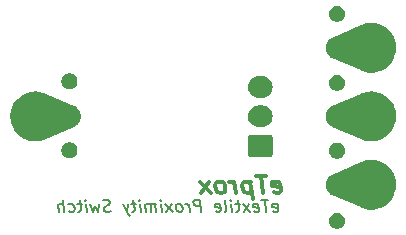
<source format=gbr>
%TF.GenerationSoftware,KiCad,Pcbnew,5.0.2+dfsg1-1*%
%TF.CreationDate,2021-04-27T11:46:40+02:00*%
%TF.ProjectId,eTprox,65547072-6f78-42e6-9b69-6361645f7063,v02*%
%TF.SameCoordinates,Original*%
%TF.FileFunction,Soldermask,Bot*%
%TF.FilePolarity,Negative*%
%FSLAX46Y46*%
G04 Gerber Fmt 4.6, Leading zero omitted, Abs format (unit mm)*
G04 Created by KiCad (PCBNEW 5.0.2+dfsg1-1) date mar. 27 avril 2021 11:46:40 CEST*
%MOMM*%
%LPD*%
G01*
G04 APERTURE LIST*
%ADD10C,0.300000*%
%ADD11C,0.200000*%
%ADD12C,0.100000*%
G04 APERTURE END LIST*
D10*
X80986571Y-74449142D02*
X81138357Y-74520571D01*
X81424071Y-74520571D01*
X81558000Y-74449142D01*
X81611571Y-74306285D01*
X81540142Y-73734857D01*
X81450857Y-73592000D01*
X81299071Y-73520571D01*
X81013357Y-73520571D01*
X80879428Y-73592000D01*
X80825857Y-73734857D01*
X80843714Y-73877714D01*
X81575857Y-74020571D01*
X80308000Y-73020571D02*
X79450857Y-73020571D01*
X80066928Y-74520571D02*
X79879428Y-73020571D01*
X79013357Y-73520571D02*
X79200857Y-75020571D01*
X79022285Y-73592000D02*
X78870500Y-73520571D01*
X78584785Y-73520571D01*
X78450857Y-73592000D01*
X78388357Y-73663428D01*
X78334785Y-73806285D01*
X78388357Y-74234857D01*
X78477642Y-74377714D01*
X78558000Y-74449142D01*
X78709785Y-74520571D01*
X78995500Y-74520571D01*
X79129428Y-74449142D01*
X77781214Y-74520571D02*
X77656214Y-73520571D01*
X77691928Y-73806285D02*
X77602642Y-73663428D01*
X77522285Y-73592000D01*
X77370500Y-73520571D01*
X77227642Y-73520571D01*
X76638357Y-74520571D02*
X76772285Y-74449142D01*
X76834785Y-74377714D01*
X76888357Y-74234857D01*
X76834785Y-73806285D01*
X76745500Y-73663428D01*
X76665142Y-73592000D01*
X76513357Y-73520571D01*
X76299071Y-73520571D01*
X76165142Y-73592000D01*
X76102642Y-73663428D01*
X76049071Y-73806285D01*
X76102642Y-74234857D01*
X76191928Y-74377714D01*
X76272285Y-74449142D01*
X76424071Y-74520571D01*
X76638357Y-74520571D01*
X75638357Y-74520571D02*
X74727642Y-73520571D01*
X75513357Y-73520571D02*
X74852642Y-74520571D01*
D11*
X80947047Y-76024761D02*
X81048238Y-76072380D01*
X81238714Y-76072380D01*
X81328000Y-76024761D01*
X81363714Y-75929523D01*
X81316095Y-75548571D01*
X81256571Y-75453333D01*
X81155380Y-75405714D01*
X80964904Y-75405714D01*
X80875619Y-75453333D01*
X80839904Y-75548571D01*
X80851809Y-75643809D01*
X81339904Y-75739047D01*
X80494666Y-75072380D02*
X79923238Y-75072380D01*
X80333952Y-76072380D02*
X80208952Y-75072380D01*
X79328000Y-76024761D02*
X79429190Y-76072380D01*
X79619666Y-76072380D01*
X79708952Y-76024761D01*
X79744666Y-75929523D01*
X79697047Y-75548571D01*
X79637523Y-75453333D01*
X79536333Y-75405714D01*
X79345857Y-75405714D01*
X79256571Y-75453333D01*
X79220857Y-75548571D01*
X79232761Y-75643809D01*
X79720857Y-75739047D01*
X78953000Y-76072380D02*
X78345857Y-75405714D01*
X78869666Y-75405714D02*
X78429190Y-76072380D01*
X78107761Y-75405714D02*
X77726809Y-75405714D01*
X77923238Y-75072380D02*
X78030380Y-75929523D01*
X77994666Y-76024761D01*
X77905380Y-76072380D01*
X77810142Y-76072380D01*
X77476809Y-76072380D02*
X77393476Y-75405714D01*
X77351809Y-75072380D02*
X77405380Y-75120000D01*
X77363714Y-75167619D01*
X77310142Y-75120000D01*
X77351809Y-75072380D01*
X77363714Y-75167619D01*
X76857761Y-76072380D02*
X76947047Y-76024761D01*
X76982761Y-75929523D01*
X76875619Y-75072380D01*
X76089904Y-76024761D02*
X76191095Y-76072380D01*
X76381571Y-76072380D01*
X76470857Y-76024761D01*
X76506571Y-75929523D01*
X76458952Y-75548571D01*
X76399428Y-75453333D01*
X76298238Y-75405714D01*
X76107761Y-75405714D01*
X76018476Y-75453333D01*
X75982761Y-75548571D01*
X75994666Y-75643809D01*
X76482761Y-75739047D01*
X74857761Y-76072380D02*
X74732761Y-75072380D01*
X74351809Y-75072380D01*
X74262523Y-75120000D01*
X74220857Y-75167619D01*
X74185142Y-75262857D01*
X74203000Y-75405714D01*
X74262523Y-75500952D01*
X74316095Y-75548571D01*
X74417285Y-75596190D01*
X74798238Y-75596190D01*
X73857761Y-76072380D02*
X73774428Y-75405714D01*
X73798238Y-75596190D02*
X73738714Y-75500952D01*
X73685142Y-75453333D01*
X73583952Y-75405714D01*
X73488714Y-75405714D01*
X73095857Y-76072380D02*
X73185142Y-76024761D01*
X73226809Y-75977142D01*
X73262523Y-75881904D01*
X73226809Y-75596190D01*
X73167285Y-75500952D01*
X73113714Y-75453333D01*
X73012523Y-75405714D01*
X72869666Y-75405714D01*
X72780380Y-75453333D01*
X72738714Y-75500952D01*
X72703000Y-75596190D01*
X72738714Y-75881904D01*
X72798238Y-75977142D01*
X72851809Y-76024761D01*
X72953000Y-76072380D01*
X73095857Y-76072380D01*
X72429190Y-76072380D02*
X71822047Y-75405714D01*
X72345857Y-75405714D02*
X71905380Y-76072380D01*
X71524428Y-76072380D02*
X71441095Y-75405714D01*
X71399428Y-75072380D02*
X71453000Y-75120000D01*
X71411333Y-75167619D01*
X71357761Y-75120000D01*
X71399428Y-75072380D01*
X71411333Y-75167619D01*
X71048238Y-76072380D02*
X70964904Y-75405714D01*
X70976809Y-75500952D02*
X70923238Y-75453333D01*
X70822047Y-75405714D01*
X70679190Y-75405714D01*
X70589904Y-75453333D01*
X70554190Y-75548571D01*
X70619666Y-76072380D01*
X70554190Y-75548571D02*
X70494666Y-75453333D01*
X70393476Y-75405714D01*
X70250619Y-75405714D01*
X70161333Y-75453333D01*
X70125619Y-75548571D01*
X70191095Y-76072380D01*
X69714904Y-76072380D02*
X69631571Y-75405714D01*
X69589904Y-75072380D02*
X69643476Y-75120000D01*
X69601809Y-75167619D01*
X69548238Y-75120000D01*
X69589904Y-75072380D01*
X69601809Y-75167619D01*
X69298238Y-75405714D02*
X68917285Y-75405714D01*
X69113714Y-75072380D02*
X69220857Y-75929523D01*
X69185142Y-76024761D01*
X69095857Y-76072380D01*
X69000619Y-76072380D01*
X68679190Y-75405714D02*
X68524428Y-76072380D01*
X68203000Y-75405714D02*
X68524428Y-76072380D01*
X68649428Y-76310476D01*
X68703000Y-76358095D01*
X68804190Y-76405714D01*
X67185142Y-76024761D02*
X67048238Y-76072380D01*
X66810142Y-76072380D01*
X66708952Y-76024761D01*
X66655380Y-75977142D01*
X66595857Y-75881904D01*
X66583952Y-75786666D01*
X66619666Y-75691428D01*
X66661333Y-75643809D01*
X66750619Y-75596190D01*
X66935142Y-75548571D01*
X67024428Y-75500952D01*
X67066095Y-75453333D01*
X67101809Y-75358095D01*
X67089904Y-75262857D01*
X67030380Y-75167619D01*
X66976809Y-75120000D01*
X66875619Y-75072380D01*
X66637523Y-75072380D01*
X66500619Y-75120000D01*
X66203000Y-75405714D02*
X66095857Y-76072380D01*
X65845857Y-75596190D01*
X65714904Y-76072380D01*
X65441095Y-75405714D01*
X65143476Y-76072380D02*
X65060142Y-75405714D01*
X65018476Y-75072380D02*
X65072047Y-75120000D01*
X65030380Y-75167619D01*
X64976809Y-75120000D01*
X65018476Y-75072380D01*
X65030380Y-75167619D01*
X64726809Y-75405714D02*
X64345857Y-75405714D01*
X64542285Y-75072380D02*
X64649428Y-75929523D01*
X64613714Y-76024761D01*
X64524428Y-76072380D01*
X64429190Y-76072380D01*
X63661333Y-76024761D02*
X63762523Y-76072380D01*
X63953000Y-76072380D01*
X64042285Y-76024761D01*
X64083952Y-75977142D01*
X64119666Y-75881904D01*
X64083952Y-75596190D01*
X64024428Y-75500952D01*
X63970857Y-75453333D01*
X63869666Y-75405714D01*
X63679190Y-75405714D01*
X63589904Y-75453333D01*
X63238714Y-76072380D02*
X63113714Y-75072380D01*
X62810142Y-76072380D02*
X62744666Y-75548571D01*
X62780380Y-75453333D01*
X62869666Y-75405714D01*
X63012523Y-75405714D01*
X63113714Y-75453333D01*
X63167285Y-75500952D01*
D12*
G36*
X86537241Y-76197785D02*
X86660301Y-76248759D01*
X86771053Y-76322761D01*
X86865239Y-76416947D01*
X86939241Y-76527699D01*
X86990215Y-76650759D01*
X87016200Y-76781399D01*
X87016200Y-76914601D01*
X86990215Y-77045241D01*
X86939241Y-77168301D01*
X86865239Y-77279053D01*
X86771053Y-77373239D01*
X86660301Y-77447241D01*
X86537241Y-77498215D01*
X86406601Y-77524200D01*
X86273399Y-77524200D01*
X86142759Y-77498215D01*
X86019699Y-77447241D01*
X85908947Y-77373239D01*
X85814761Y-77279053D01*
X85740759Y-77168301D01*
X85689785Y-77045241D01*
X85663800Y-76914601D01*
X85663800Y-76781399D01*
X85689785Y-76650759D01*
X85740759Y-76527699D01*
X85814761Y-76416947D01*
X85908947Y-76322761D01*
X86019699Y-76248759D01*
X86142759Y-76197785D01*
X86273399Y-76171800D01*
X86406601Y-76171800D01*
X86537241Y-76197785D01*
X86537241Y-76197785D01*
G37*
G36*
X89446114Y-71708934D02*
X89651907Y-71729203D01*
X89915959Y-71809302D01*
X90047986Y-71849352D01*
X90094188Y-71874048D01*
X90413012Y-72044463D01*
X90732961Y-72307039D01*
X90995537Y-72626988D01*
X91138503Y-72894459D01*
X91190648Y-72992014D01*
X91190648Y-72992015D01*
X91310797Y-73388093D01*
X91351366Y-73800000D01*
X91310797Y-74211907D01*
X91294640Y-74265168D01*
X91190648Y-74607986D01*
X91162301Y-74661019D01*
X90995537Y-74973012D01*
X90732961Y-75292961D01*
X90413012Y-75555537D01*
X90160959Y-75690262D01*
X90047986Y-75750648D01*
X89915959Y-75790698D01*
X89651907Y-75870797D01*
X89446114Y-75891066D01*
X89343219Y-75901200D01*
X89136781Y-75901200D01*
X89033886Y-75891066D01*
X88828093Y-75870797D01*
X88564041Y-75790698D01*
X88432014Y-75750648D01*
X88383511Y-75724722D01*
X88359795Y-75712046D01*
X88350115Y-75707395D01*
X85920373Y-74666077D01*
X85908068Y-74660073D01*
X85903249Y-74657421D01*
X85902502Y-74656909D01*
X85890716Y-74649747D01*
X85874837Y-74641259D01*
X85740795Y-74551696D01*
X85719642Y-74534336D01*
X85605664Y-74420358D01*
X85588304Y-74399205D01*
X85498743Y-74265168D01*
X85485853Y-74241050D01*
X85424159Y-74092109D01*
X85422370Y-74086211D01*
X85422367Y-74086204D01*
X85418010Y-74071840D01*
X85418009Y-74071833D01*
X85416218Y-74065930D01*
X85384769Y-73907825D01*
X85382088Y-73880604D01*
X85382088Y-73719396D01*
X85384769Y-73692175D01*
X85416218Y-73534070D01*
X85418009Y-73528167D01*
X85418010Y-73528160D01*
X85422367Y-73513796D01*
X85422370Y-73513789D01*
X85424159Y-73507891D01*
X85485853Y-73358950D01*
X85498743Y-73334832D01*
X85588304Y-73200795D01*
X85605664Y-73179642D01*
X85719642Y-73065664D01*
X85740795Y-73048304D01*
X85874833Y-72958743D01*
X85891115Y-72950040D01*
X85901950Y-72943524D01*
X85904270Y-72941964D01*
X85908635Y-72939596D01*
X85920194Y-72933999D01*
X88350115Y-71892605D01*
X88359795Y-71887954D01*
X88385812Y-71874048D01*
X88432014Y-71849352D01*
X88564041Y-71809302D01*
X88828093Y-71729203D01*
X89033886Y-71708934D01*
X89136781Y-71698800D01*
X89343219Y-71698800D01*
X89446114Y-71708934D01*
X89446114Y-71708934D01*
G37*
G36*
X86537241Y-70249785D02*
X86660301Y-70300759D01*
X86771053Y-70374761D01*
X86865239Y-70468947D01*
X86939241Y-70579699D01*
X86990215Y-70702759D01*
X87016200Y-70833399D01*
X87016200Y-70966601D01*
X86990215Y-71097241D01*
X86939241Y-71220301D01*
X86865239Y-71331053D01*
X86771053Y-71425239D01*
X86660301Y-71499241D01*
X86537241Y-71550215D01*
X86406601Y-71576200D01*
X86273399Y-71576200D01*
X86142759Y-71550215D01*
X86019699Y-71499241D01*
X85908947Y-71425239D01*
X85814761Y-71331053D01*
X85740759Y-71220301D01*
X85689785Y-71097241D01*
X85663800Y-70966601D01*
X85663800Y-70833399D01*
X85689785Y-70702759D01*
X85740759Y-70579699D01*
X85814761Y-70468947D01*
X85908947Y-70374761D01*
X86019699Y-70300759D01*
X86142759Y-70249785D01*
X86273399Y-70223800D01*
X86406601Y-70223800D01*
X86537241Y-70249785D01*
X86537241Y-70249785D01*
G37*
G36*
X63889241Y-70227785D02*
X64012301Y-70278759D01*
X64123053Y-70352761D01*
X64217239Y-70446947D01*
X64291241Y-70557699D01*
X64342215Y-70680759D01*
X64368200Y-70811399D01*
X64368200Y-70944601D01*
X64342215Y-71075241D01*
X64291241Y-71198301D01*
X64217239Y-71309053D01*
X64123053Y-71403239D01*
X64012301Y-71477241D01*
X63889241Y-71528215D01*
X63758601Y-71554200D01*
X63625399Y-71554200D01*
X63494759Y-71528215D01*
X63371699Y-71477241D01*
X63260947Y-71403239D01*
X63166761Y-71309053D01*
X63092759Y-71198301D01*
X63041785Y-71075241D01*
X63015800Y-70944601D01*
X63015800Y-70811399D01*
X63041785Y-70680759D01*
X63092759Y-70557699D01*
X63166761Y-70446947D01*
X63260947Y-70352761D01*
X63371699Y-70278759D01*
X63494759Y-70227785D01*
X63625399Y-70201800D01*
X63758601Y-70201800D01*
X63889241Y-70227785D01*
X63889241Y-70227785D01*
G37*
G36*
X80744835Y-69577932D02*
X80779275Y-69588379D01*
X80811009Y-69605342D01*
X80838828Y-69628172D01*
X80861658Y-69655991D01*
X80878621Y-69687725D01*
X80889068Y-69722165D01*
X80893200Y-69764117D01*
X80893200Y-71235883D01*
X80889068Y-71277835D01*
X80878621Y-71312275D01*
X80861658Y-71344009D01*
X80838828Y-71371828D01*
X80811009Y-71394658D01*
X80779275Y-71411621D01*
X80744835Y-71422068D01*
X80702883Y-71426200D01*
X78981117Y-71426200D01*
X78939165Y-71422068D01*
X78904725Y-71411621D01*
X78872991Y-71394658D01*
X78845172Y-71371828D01*
X78822342Y-71344009D01*
X78805379Y-71312275D01*
X78794932Y-71277835D01*
X78790800Y-71235883D01*
X78790800Y-69764117D01*
X78794932Y-69722165D01*
X78805379Y-69687725D01*
X78822342Y-69655991D01*
X78845172Y-69628172D01*
X78872991Y-69605342D01*
X78904725Y-69588379D01*
X78939165Y-69577932D01*
X78981117Y-69573800D01*
X80702883Y-69573800D01*
X80744835Y-69577932D01*
X80744835Y-69577932D01*
G37*
G36*
X89446114Y-65908934D02*
X89651907Y-65929203D01*
X89915959Y-66009302D01*
X90047986Y-66049352D01*
X90113797Y-66084529D01*
X90413012Y-66244463D01*
X90732961Y-66507039D01*
X90995537Y-66826988D01*
X91127461Y-67073800D01*
X91190648Y-67192014D01*
X91190648Y-67192015D01*
X91310797Y-67588093D01*
X91351366Y-68000000D01*
X91310797Y-68411907D01*
X91294640Y-68465168D01*
X91190648Y-68807986D01*
X91162301Y-68861019D01*
X90995537Y-69173012D01*
X90732961Y-69492961D01*
X90413012Y-69755537D01*
X90160959Y-69890262D01*
X90047986Y-69950648D01*
X90004695Y-69963780D01*
X89651907Y-70070797D01*
X89446114Y-70091066D01*
X89343219Y-70101200D01*
X89136781Y-70101200D01*
X89033886Y-70091066D01*
X88828093Y-70070797D01*
X88475305Y-69963780D01*
X88432014Y-69950648D01*
X88383511Y-69924722D01*
X88359795Y-69912046D01*
X88350115Y-69907395D01*
X85920373Y-68866077D01*
X85908068Y-68860073D01*
X85903249Y-68857421D01*
X85902502Y-68856909D01*
X85890716Y-68849747D01*
X85874837Y-68841259D01*
X85740795Y-68751696D01*
X85719642Y-68734336D01*
X85605664Y-68620358D01*
X85588304Y-68599205D01*
X85498743Y-68465168D01*
X85485853Y-68441050D01*
X85424159Y-68292109D01*
X85422370Y-68286211D01*
X85422367Y-68286204D01*
X85418010Y-68271840D01*
X85418009Y-68271833D01*
X85416218Y-68265930D01*
X85384769Y-68107825D01*
X85382088Y-68080604D01*
X85382088Y-67919396D01*
X85384769Y-67892175D01*
X85416218Y-67734070D01*
X85418009Y-67728167D01*
X85418010Y-67728160D01*
X85422367Y-67713796D01*
X85422370Y-67713789D01*
X85424159Y-67707891D01*
X85485853Y-67558950D01*
X85498743Y-67534832D01*
X85588304Y-67400795D01*
X85605664Y-67379642D01*
X85719642Y-67265664D01*
X85740795Y-67248304D01*
X85874833Y-67158743D01*
X85891115Y-67150040D01*
X85901950Y-67143524D01*
X85904270Y-67141964D01*
X85908635Y-67139596D01*
X85920194Y-67133999D01*
X88350115Y-66092605D01*
X88359795Y-66087954D01*
X88400960Y-66065951D01*
X88432014Y-66049352D01*
X88564041Y-66009302D01*
X88828093Y-65929203D01*
X89033886Y-65908934D01*
X89136781Y-65898800D01*
X89343219Y-65898800D01*
X89446114Y-65908934D01*
X89446114Y-65908934D01*
G37*
G36*
X60998114Y-65908934D02*
X61203907Y-65929203D01*
X61467959Y-66009302D01*
X61599986Y-66049352D01*
X61631040Y-66065951D01*
X61672205Y-66087954D01*
X61681885Y-66092605D01*
X64111627Y-67133923D01*
X64123932Y-67139927D01*
X64128751Y-67142579D01*
X64129498Y-67143091D01*
X64141284Y-67150253D01*
X64157163Y-67158741D01*
X64291205Y-67248304D01*
X64312358Y-67265664D01*
X64426336Y-67379642D01*
X64443696Y-67400795D01*
X64533257Y-67534832D01*
X64546147Y-67558950D01*
X64607841Y-67707891D01*
X64609630Y-67713789D01*
X64609633Y-67713796D01*
X64613990Y-67728160D01*
X64613991Y-67728167D01*
X64615782Y-67734070D01*
X64647231Y-67892175D01*
X64649912Y-67919396D01*
X64649912Y-68080604D01*
X64647231Y-68107825D01*
X64615782Y-68265930D01*
X64613991Y-68271833D01*
X64613990Y-68271840D01*
X64609633Y-68286204D01*
X64609630Y-68286211D01*
X64607841Y-68292109D01*
X64546147Y-68441050D01*
X64533257Y-68465168D01*
X64443696Y-68599205D01*
X64426336Y-68620358D01*
X64312358Y-68734336D01*
X64291205Y-68751696D01*
X64157167Y-68841257D01*
X64140885Y-68849960D01*
X64130050Y-68856476D01*
X64127730Y-68858036D01*
X64123365Y-68860404D01*
X64111806Y-68866001D01*
X61681885Y-69907395D01*
X61672205Y-69912046D01*
X61648489Y-69924722D01*
X61599986Y-69950648D01*
X61556695Y-69963780D01*
X61203907Y-70070797D01*
X60998114Y-70091066D01*
X60895219Y-70101200D01*
X60688781Y-70101200D01*
X60585886Y-70091066D01*
X60380093Y-70070797D01*
X60027305Y-69963780D01*
X59984014Y-69950648D01*
X59871041Y-69890262D01*
X59618988Y-69755537D01*
X59299039Y-69492961D01*
X59036463Y-69173012D01*
X58869699Y-68861019D01*
X58841352Y-68807986D01*
X58737360Y-68465168D01*
X58721203Y-68411907D01*
X58680634Y-68000000D01*
X58721203Y-67588093D01*
X58841352Y-67192015D01*
X58841352Y-67192014D01*
X58904539Y-67073800D01*
X59036463Y-66826988D01*
X59299039Y-66507039D01*
X59618988Y-66244463D01*
X59918203Y-66084529D01*
X59984014Y-66049352D01*
X60116041Y-66009302D01*
X60380093Y-65929203D01*
X60585886Y-65908934D01*
X60688781Y-65898800D01*
X60895219Y-65898800D01*
X60998114Y-65908934D01*
X60998114Y-65908934D01*
G37*
G36*
X80148563Y-67087201D02*
X80148566Y-67087202D01*
X80148567Y-67087202D01*
X80323156Y-67140163D01*
X80323158Y-67140164D01*
X80323161Y-67140165D01*
X80484059Y-67226166D01*
X80625091Y-67341909D01*
X80740834Y-67482941D01*
X80826835Y-67643839D01*
X80826836Y-67643842D01*
X80826837Y-67643844D01*
X80879798Y-67818433D01*
X80879799Y-67818437D01*
X80897681Y-68000000D01*
X80879799Y-68181563D01*
X80879798Y-68181566D01*
X80879798Y-68181567D01*
X80848057Y-68286204D01*
X80826835Y-68356161D01*
X80740834Y-68517059D01*
X80625091Y-68658091D01*
X80484059Y-68773834D01*
X80323161Y-68859835D01*
X80323158Y-68859836D01*
X80323156Y-68859837D01*
X80148567Y-68912798D01*
X80148566Y-68912798D01*
X80148563Y-68912799D01*
X80012500Y-68926200D01*
X79671500Y-68926200D01*
X79535437Y-68912799D01*
X79535434Y-68912798D01*
X79535433Y-68912798D01*
X79360844Y-68859837D01*
X79360842Y-68859836D01*
X79360839Y-68859835D01*
X79199941Y-68773834D01*
X79058909Y-68658091D01*
X78943166Y-68517059D01*
X78857165Y-68356161D01*
X78835944Y-68286204D01*
X78804202Y-68181567D01*
X78804202Y-68181566D01*
X78804201Y-68181563D01*
X78786319Y-68000000D01*
X78804201Y-67818437D01*
X78804202Y-67818433D01*
X78857163Y-67643844D01*
X78857164Y-67643842D01*
X78857165Y-67643839D01*
X78943166Y-67482941D01*
X79058909Y-67341909D01*
X79199941Y-67226166D01*
X79360839Y-67140165D01*
X79360842Y-67140164D01*
X79360844Y-67140163D01*
X79535433Y-67087202D01*
X79535434Y-67087202D01*
X79535437Y-67087201D01*
X79671500Y-67073800D01*
X80012500Y-67073800D01*
X80148563Y-67087201D01*
X80148563Y-67087201D01*
G37*
G36*
X80148563Y-64587201D02*
X80148566Y-64587202D01*
X80148567Y-64587202D01*
X80323156Y-64640163D01*
X80323158Y-64640164D01*
X80323161Y-64640165D01*
X80484059Y-64726166D01*
X80625091Y-64841909D01*
X80740834Y-64982941D01*
X80826835Y-65143839D01*
X80879799Y-65318437D01*
X80897681Y-65500000D01*
X80879799Y-65681563D01*
X80879798Y-65681566D01*
X80879798Y-65681567D01*
X80839560Y-65814215D01*
X80826835Y-65856161D01*
X80740834Y-66017059D01*
X80625091Y-66158091D01*
X80484059Y-66273834D01*
X80323161Y-66359835D01*
X80323158Y-66359836D01*
X80323156Y-66359837D01*
X80148567Y-66412798D01*
X80148566Y-66412798D01*
X80148563Y-66412799D01*
X80012500Y-66426200D01*
X79671500Y-66426200D01*
X79535437Y-66412799D01*
X79535434Y-66412798D01*
X79535433Y-66412798D01*
X79360844Y-66359837D01*
X79360842Y-66359836D01*
X79360839Y-66359835D01*
X79199941Y-66273834D01*
X79058909Y-66158091D01*
X78943166Y-66017059D01*
X78857165Y-65856161D01*
X78844441Y-65814215D01*
X78804202Y-65681567D01*
X78804202Y-65681566D01*
X78804201Y-65681563D01*
X78786319Y-65500000D01*
X78804201Y-65318437D01*
X78857165Y-65143839D01*
X78943166Y-64982941D01*
X79058909Y-64841909D01*
X79199941Y-64726166D01*
X79360839Y-64640165D01*
X79360842Y-64640164D01*
X79360844Y-64640163D01*
X79535433Y-64587202D01*
X79535434Y-64587202D01*
X79535437Y-64587201D01*
X79671500Y-64573800D01*
X80012500Y-64573800D01*
X80148563Y-64587201D01*
X80148563Y-64587201D01*
G37*
G36*
X86537241Y-64513785D02*
X86660301Y-64564759D01*
X86771053Y-64638761D01*
X86865239Y-64732947D01*
X86939241Y-64843699D01*
X86990215Y-64966759D01*
X87016200Y-65097399D01*
X87016200Y-65230601D01*
X86990215Y-65361241D01*
X86939241Y-65484301D01*
X86865239Y-65595053D01*
X86771053Y-65689239D01*
X86660301Y-65763241D01*
X86537241Y-65814215D01*
X86406601Y-65840200D01*
X86273399Y-65840200D01*
X86142759Y-65814215D01*
X86019699Y-65763241D01*
X85908947Y-65689239D01*
X85814761Y-65595053D01*
X85740759Y-65484301D01*
X85689785Y-65361241D01*
X85663800Y-65230601D01*
X85663800Y-65097399D01*
X85689785Y-64966759D01*
X85740759Y-64843699D01*
X85814761Y-64732947D01*
X85908947Y-64638761D01*
X86019699Y-64564759D01*
X86142759Y-64513785D01*
X86273399Y-64487800D01*
X86406601Y-64487800D01*
X86537241Y-64513785D01*
X86537241Y-64513785D01*
G37*
G36*
X63889241Y-64385785D02*
X64012301Y-64436759D01*
X64123053Y-64510761D01*
X64217239Y-64604947D01*
X64291241Y-64715699D01*
X64342215Y-64838759D01*
X64368200Y-64969399D01*
X64368200Y-65102601D01*
X64342215Y-65233241D01*
X64291241Y-65356301D01*
X64217239Y-65467053D01*
X64123053Y-65561239D01*
X64012301Y-65635241D01*
X63889241Y-65686215D01*
X63758601Y-65712200D01*
X63625399Y-65712200D01*
X63494759Y-65686215D01*
X63371699Y-65635241D01*
X63260947Y-65561239D01*
X63166761Y-65467053D01*
X63092759Y-65356301D01*
X63041785Y-65233241D01*
X63015800Y-65102601D01*
X63015800Y-64969399D01*
X63041785Y-64838759D01*
X63092759Y-64715699D01*
X63166761Y-64604947D01*
X63260947Y-64510761D01*
X63371699Y-64436759D01*
X63494759Y-64385785D01*
X63625399Y-64359800D01*
X63758601Y-64359800D01*
X63889241Y-64385785D01*
X63889241Y-64385785D01*
G37*
G36*
X89446114Y-60108934D02*
X89651907Y-60129203D01*
X89915959Y-60209302D01*
X90047986Y-60249352D01*
X90094188Y-60274048D01*
X90413012Y-60444463D01*
X90732961Y-60707039D01*
X90995537Y-61026988D01*
X91138503Y-61294458D01*
X91190648Y-61392014D01*
X91190648Y-61392015D01*
X91310797Y-61788093D01*
X91351366Y-62200000D01*
X91310797Y-62611907D01*
X91294640Y-62665168D01*
X91190648Y-63007986D01*
X91162301Y-63061019D01*
X90995537Y-63373012D01*
X90732961Y-63692961D01*
X90413012Y-63955537D01*
X90160959Y-64090262D01*
X90047986Y-64150648D01*
X89915959Y-64190698D01*
X89651907Y-64270797D01*
X89446114Y-64291066D01*
X89343219Y-64301200D01*
X89136781Y-64301200D01*
X89033886Y-64291066D01*
X88828093Y-64270797D01*
X88564041Y-64190698D01*
X88432014Y-64150648D01*
X88383511Y-64124722D01*
X88359795Y-64112046D01*
X88350115Y-64107395D01*
X85920373Y-63066077D01*
X85908068Y-63060073D01*
X85903249Y-63057421D01*
X85902502Y-63056909D01*
X85890716Y-63049747D01*
X85874837Y-63041259D01*
X85740795Y-62951696D01*
X85719642Y-62934336D01*
X85605664Y-62820358D01*
X85588304Y-62799205D01*
X85498743Y-62665168D01*
X85485853Y-62641050D01*
X85424159Y-62492109D01*
X85422370Y-62486211D01*
X85422367Y-62486204D01*
X85418010Y-62471840D01*
X85418009Y-62471833D01*
X85416218Y-62465930D01*
X85384769Y-62307825D01*
X85382088Y-62280604D01*
X85382088Y-62119396D01*
X85384769Y-62092175D01*
X85416218Y-61934070D01*
X85418009Y-61928167D01*
X85418010Y-61928160D01*
X85422367Y-61913796D01*
X85422370Y-61913789D01*
X85424159Y-61907891D01*
X85485853Y-61758950D01*
X85498743Y-61734832D01*
X85588304Y-61600795D01*
X85605664Y-61579642D01*
X85719642Y-61465664D01*
X85740795Y-61448304D01*
X85874833Y-61358743D01*
X85891115Y-61350040D01*
X85901950Y-61343524D01*
X85904270Y-61341964D01*
X85908635Y-61339596D01*
X85920194Y-61333999D01*
X88350115Y-60292605D01*
X88359795Y-60287954D01*
X88385812Y-60274048D01*
X88432014Y-60249352D01*
X88564041Y-60209302D01*
X88828093Y-60129203D01*
X89033886Y-60108934D01*
X89136781Y-60098800D01*
X89343219Y-60098800D01*
X89446114Y-60108934D01*
X89446114Y-60108934D01*
G37*
G36*
X86537241Y-58671785D02*
X86660301Y-58722759D01*
X86771053Y-58796761D01*
X86865239Y-58890947D01*
X86939241Y-59001699D01*
X86990215Y-59124759D01*
X87016200Y-59255399D01*
X87016200Y-59388601D01*
X86990215Y-59519241D01*
X86939241Y-59642301D01*
X86865239Y-59753053D01*
X86771053Y-59847239D01*
X86660301Y-59921241D01*
X86537241Y-59972215D01*
X86406601Y-59998200D01*
X86273399Y-59998200D01*
X86142759Y-59972215D01*
X86019699Y-59921241D01*
X85908947Y-59847239D01*
X85814761Y-59753053D01*
X85740759Y-59642301D01*
X85689785Y-59519241D01*
X85663800Y-59388601D01*
X85663800Y-59255399D01*
X85689785Y-59124759D01*
X85740759Y-59001699D01*
X85814761Y-58890947D01*
X85908947Y-58796761D01*
X86019699Y-58722759D01*
X86142759Y-58671785D01*
X86273399Y-58645800D01*
X86406601Y-58645800D01*
X86537241Y-58671785D01*
X86537241Y-58671785D01*
G37*
M02*

</source>
